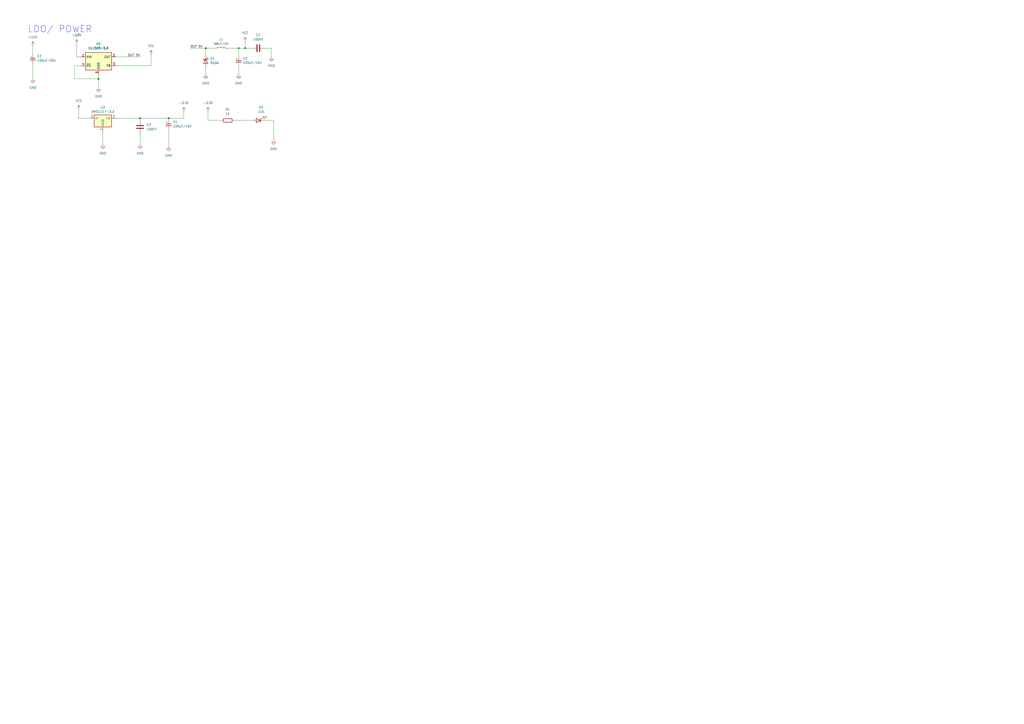
<source format=kicad_sch>
(kicad_sch (version 20250114) (generator "eeschema") (generator_version "9.0")
  (paper "A2")
  (lib_symbols
    (symbol "Device:C" (pin_numbers (hide yes)) (pin_names (offset 0.254))
      (property "Reference" "C" (at 0.635 2.54 0))
      (property "Value" "C" (at 0.635 -2.54 0))
      (symbol "C_0_1"
        (polyline (pts (xy -2.032 0.762) (xy 2.032 0.762)) (stroke (width 0.508)))
        (polyline (pts (xy -2.032 -0.762) (xy 2.032 -0.762)) (stroke (width 0.508)))
      )
      (symbol "C_1_1"
        (pin passive line (at 0 3.81 270) (length 2.794) (name "~") (number "1"))
        (pin passive line (at 0 -3.81 90) (length 2.794) (name "~") (number "2"))
      )
    )
    (symbol "Device:C_Polarized_Small_US" (pin_numbers (hide yes)) (pin_names (offset 0.254) (hide yes))
      (property "Reference" "C" (at 0.254 1.778 0))
      (property "Value" "C_Polarized_Small_US" (at 0.254 -2.032 0))
      (symbol "C_Polarized_Small_US_0_1"
        (polyline (pts (xy -1.524 0.508) (xy 1.524 0.508)) (stroke (width 0.3048)))
        (polyline (pts (xy -1.27 1.524) (xy -0.762 1.524)))
        (polyline (pts (xy -1.016 1.27) (xy -1.016 1.778)))
        (arc (start -1.524 -0.762) (mid 0 -0.3734) (end 1.524 -0.762) (stroke (width 0.3048)))
      )
      (symbol "C_Polarized_Small_US_1_1"
        (pin passive line (at 0 2.54 270) (length 2.032) (name "~") (number "1"))
        (pin passive line (at 0 -2.54 90) (length 2.032) (name "~") (number "2"))
      )
    )
    (symbol "Device:L" (pin_numbers (hide yes)) (pin_names (offset 1.016) (hide yes))
      (property "Reference" "L" (at -1.27 0 90))
      (property "Value" "L" (at 1.905 0 90))
      (symbol "L_0_1"
        (arc (start 0 2.54) (mid 0.6323 1.905) (end 0 1.27))
        (arc (start 0 1.27) (mid 0.6323 0.635) (end 0 0))
        (arc (start 0 0) (mid 0.6323 -0.635) (end 0 -1.27))
        (arc (start 0 -1.27) (mid 0.6323 -1.905) (end 0 -2.54))
      )
      (symbol "L_1_1"
        (pin passive line (at 0 3.81 270) (length 1.27) (name "1") (number "1"))
        (pin passive line (at 0 -3.81 90) (length 1.27) (name "2") (number "2"))
      )
    )
    (symbol "Device:LED" (pin_numbers (hide yes)) (pin_names (offset 1.016) (hide yes))
      (property "Reference" "D" (at 0 2.54 0))
      (property "Value" "LED" (at 0 -2.54 0))
      (symbol "LED_0_1"
        (polyline (pts (xy -3.048 -0.762) (xy -4.572 -2.286) (xy -3.81 -2.286) (xy -4.572 -2.286) (xy -4.572 -1.524)))
        (polyline (pts (xy -1.778 -0.762) (xy -3.302 -2.286) (xy -2.54 -2.286) (xy -3.302 -2.286) (xy -3.302 -1.524)))
        (polyline (pts (xy -1.27 0) (xy 1.27 0)))
        (polyline (pts (xy -1.27 -1.27) (xy -1.27 1.27)) (stroke (width 0.254)))
        (polyline (pts (xy 1.27 -1.27) (xy 1.27 1.27) (xy -1.27 0) (xy 1.27 -1.27)) (stroke (width 0.254)))
      )
      (symbol "LED_1_1"
        (pin passive line (at -3.81 0 0) (length 2.54) (name "K") (number "1"))
        (pin passive line (at 3.81 0 180) (length 2.54) (name "A") (number "2"))
      )
    )
    (symbol "Device:R" (pin_numbers (hide yes)) (pin_names (offset 0))
      (property "Reference" "R" (at 2.032 0 90))
      (property "Value" "R" (at 0 0 90))
      (symbol "R_0_1"
        (rectangle (start -1.016 -2.54) (end 1.016 2.54) (stroke (width 0.254)))
      )
      (symbol "R_1_1"
        (pin passive line (at 0 3.81 270) (length 1.27) (name "~") (number "1"))
        (pin passive line (at 0 -3.81 90) (length 1.27) (name "~") (number "2"))
      )
    )
    (symbol "Diode:1N6857" (pin_numbers (hide yes)) (pin_names (offset 1.016) (hide yes))
      (property "Reference" "D" (at 0 2.54 0))
      (property "Value" "1N6857" (at 0 -2.54 0))
      (symbol "1N6857_0_1"
        (polyline (pts (xy -1.905 0.635) (xy -1.905 1.27) (xy -1.27 1.27) (xy -1.27 -1.27) (xy -0.635 -1.27) (xy -0.635 -0.635)) (stroke (width 0.254)))
        (polyline (pts (xy 1.27 1.27) (xy 1.27 -1.27) (xy -1.27 0) (xy 1.27 1.27)) (stroke (width 0.254)))
        (polyline (pts (xy 1.27 0) (xy -1.27 0)))
      )
      (symbol "1N6857_1_1"
        (pin passive line (at -3.81 0 0) (length 2.54) (name "K") (number "1"))
        (pin passive line (at 3.81 0 180) (length 2.54) (name "A") (number "2"))
      )
    )
    (symbol "Regulator_Linear:AMS1117-3.3"
      (property "Reference" "U" (at -3.81 3.175 0))
      (property "Value" "AMS1117-3.3" (at 0 3.175 0))
      (symbol "AMS1117-3.3_0_1"
        (rectangle (start -5.08 -5.08) (end 5.08 1.905) (stroke (width 0.254)) (fill (type background)))
      )
      (symbol "AMS1117-3.3_1_1"
        (pin power_in line (at -7.62 0 0) (length 2.54) (name "VI") (number "3"))
        (pin power_in line (at 0 -7.62 90) (length 2.54) (name "GND") (number "1"))
        (pin power_out line (at 7.62 0 180) (length 2.54) (name "VO") (number "2"))
      )
    )
    (symbol "Regulator_Switching:XL1509-5.0"
      (property "Reference" "U" (at -7.112 6.096 0))
      (property "Value" "XL1509-5.0" (at 5.842 6.096 0))
      (symbol "XL1509-5.0_0_1"
        (rectangle (start -7.62 5.08) (end 7.62 -5.08) (stroke (width 0.254)) (fill (type background)))
      )
      (symbol "XL1509-5.0_1_1"
        (pin power_in line (at -10.16 2.54 0) (length 2.54) (name "VIN") (number "1"))
        (pin input line (at -10.16 -2.54 0) (length 2.54) (name "~{EN}") (number "4"))
        (pin power_in line (at 0 -7.62 90) (length 2.54) (name "GND") (number "5"))
        (pin passive line (at 0 -7.62 90) (length 2.54) (hide yes) (name "GND") (number "6"))
        (pin passive line (at 0 -7.62 90) (length 2.54) (hide yes) (name "GND") (number "7"))
        (pin passive line (at 0 -7.62 90) (length 2.54) (hide yes) (name "GND") (number "8"))
        (pin power_out line (at 10.16 2.54 180) (length 2.54) (name "OUT") (number "2"))
        (pin input line (at 10.16 -2.54 180) (length 2.54) (name "FB") (number "3"))
      )
    )
    (symbol "power:+12V" (power) (pin_numbers (hide yes)) (pin_names (offset 0) (hide yes))
      (property "Value" "+12V" (at 0 3.556 0))
      (symbol "+12V_0_1"
        (polyline (pts (xy -0.762 1.27) (xy 0 2.54)))
        (polyline (pts (xy 0 2.54) (xy 0.762 1.27)))
        (polyline (pts (xy 0 0) (xy 0 2.54)))
      )
      (symbol "+12V_1_1"
        (pin power_in line (at 0 0 90) (length 0) (name "~") (number "1"))
      )
    )
    (symbol "power:+3.3V" (power) (pin_numbers (hide yes)) (pin_names (offset 0) (hide yes))
      (property "Value" "+3.3V" (at 0 3.556 0))
      (symbol "+3.3V_0_1"
        (polyline (pts (xy -0.762 1.27) (xy 0 2.54)))
        (polyline (pts (xy 0 2.54) (xy 0.762 1.27)))
        (polyline (pts (xy 0 0) (xy 0 2.54)))
      )
      (symbol "+3.3V_1_1"
        (pin power_in line (at 0 0 90) (length 0) (name "~") (number "1"))
      )
    )
    (symbol "power:GND" (power) (pin_numbers (hide yes)) (pin_names (offset 0) (hide yes))
      (property "Value" "GND" (at 0 -3.81 0))
      (symbol "GND_0_1"
        (polyline (pts (xy 0 0) (xy 0 -1.27) (xy 1.27 -1.27) (xy 0 -2.54) (xy -1.27 -1.27) (xy 0 -1.27)))
      )
      (symbol "GND_1_1"
        (pin power_in line (at 0 0 270) (length 0) (name "~") (number "1"))
      )
    )
    (symbol "power:VCC" (power) (pin_numbers (hide yes)) (pin_names (offset 0) (hide yes))
      (property "Value" "VCC" (at 0 3.556 0))
      (symbol "VCC_0_1"
        (polyline (pts (xy -0.762 1.27) (xy 0 2.54)))
        (polyline (pts (xy 0 2.54) (xy 0.762 1.27)))
        (polyline (pts (xy 0 0) (xy 0 2.54)))
      )
      (symbol "VCC_1_1"
        (pin power_in line (at 0 0 90) (length 0) (name "~") (number "1"))
      )
    )
  )
  (text "LDO/ POWER" (at 34.798 17.018 0) (effects (font (size 3.81 3.81))))
  (junction (at 119.38 27.94))
  (junction (at 97.79 68.58))
  (junction (at 81.28 68.58))
  (junction (at 138.43 27.94))
  (junction (at 57.15 45.72))
  (junction (at 142.24 27.94))
  (wire (pts (xy 67.31 68.58) (xy 81.28 68.58)))
  (wire (pts (xy 97.79 68.58) (xy 106.68 68.58)))
  (wire (pts (xy 44.45 25.4) (xy 44.45 33.02)))
  (wire (pts (xy 106.68 64.77) (xy 106.68 68.58)))
  (wire (pts (xy 120.65 64.77) (xy 120.65 69.85)))
  (wire (pts (xy 120.65 69.85) (xy 128.27 69.85)))
  (wire (pts (xy 87.63 31.75) (xy 87.63 38.1)))
  (wire (pts (xy 19.05 26.67) (xy 19.05 31.75)))
  (wire (pts (xy 97.79 74.93) (xy 97.79 85.09)))
  (wire (pts (xy 119.38 27.94) (xy 124.46 27.94)))
  (wire (pts (xy 138.43 27.94) (xy 138.43 33.02)))
  (wire (pts (xy 57.15 43.18) (xy 57.15 45.72)))
  (wire (pts (xy 46.99 38.1) (xy 43.18 38.1)))
  (wire (pts (xy 19.05 36.83) (xy 19.05 45.72)))
  (wire (pts (xy 153.67 69.85) (xy 158.75 69.85)))
  (wire (pts (xy 81.28 68.58) (xy 81.28 69.85)))
  (wire (pts (xy 110.49 27.94) (xy 119.38 27.94)))
  (wire (pts (xy 67.31 38.1) (xy 87.63 38.1)))
  (wire (pts (xy 142.24 24.13) (xy 142.24 27.94)))
  (wire (pts (xy 57.15 45.72) (xy 57.15 50.8)))
  (wire (pts (xy 97.79 68.58) (xy 97.79 69.85)))
  (wire (pts (xy 43.18 38.1) (xy 43.18 45.72)))
  (wire (pts (xy 119.38 39.37) (xy 119.38 43.18)))
  (wire (pts (xy 119.38 27.94) (xy 119.38 31.75)))
  (wire (pts (xy 158.75 69.85) (xy 158.75 81.28)))
  (wire (pts (xy 59.69 76.2) (xy 59.69 83.82)))
  (wire (pts (xy 46.99 33.02) (xy 44.45 33.02)))
  (wire (pts (xy 81.28 77.47) (xy 81.28 83.82)))
  (wire (pts (xy 153.67 27.94) (xy 157.48 27.94)))
  (wire (pts (xy 45.72 63.5) (xy 45.72 68.58)))
  (wire (pts (xy 142.24 27.94) (xy 146.05 27.94)))
  (wire (pts (xy 138.43 38.1) (xy 138.43 43.18)))
  (wire (pts (xy 81.28 68.58) (xy 97.79 68.58)))
  (wire (pts (xy 157.48 27.94) (xy 157.48 33.02)))
  (wire (pts (xy 67.31 33.02) (xy 81.28 33.02)))
  (wire (pts (xy 43.18 45.72) (xy 57.15 45.72)))
  (wire (pts (xy 132.08 27.94) (xy 138.43 27.94)))
  (wire (pts (xy 138.43 27.94) (xy 142.24 27.94)))
  (wire (pts (xy 52.07 68.58) (xy 45.72 68.58)))
  (wire (pts (xy 135.89 69.85) (xy 146.05 69.85)))
  (label "OUT 5V" (at 110.49 27.94 0))
  (label "OUT 5V" (at 81.28 33.02 180))
  (symbol (lib_id "power:GND") (at 158.75 81.28 0) (unit 1)
    (property "Reference" "#PWR012" (effects (hide yes)))
    (property "Value" "GND" (at 158.75 86.36 0))
    (property "Description" "Power symbol creates a global label with name \"GND\" , ground" (effects (hide yes)))
  )
  (symbol (lib_id "Device:C") (at 149.86 27.94 90) (unit 1)
    (property "Reference" "C1" (at 149.86 20.32 90))
    (property "Value" "100nF" (at 149.86 22.86 90))
    (property "Footprint" "Capacitor_Tantalum_SMD:CP_EIA-3216-18_Kemet-A" (effects (hide yes)))
    (property "Description" "Unpolarized capacitor" (effects (hide yes)))
  )
  (symbol (lib_id "Diode:1N6857") (at 119.38 35.56 270) (unit 1)
    (property "Reference" "D1" (at 121.92 33.9724 90) (effects (justify left)))
    (property "Value" "SS36" (at 121.92 36.5124 90) (effects (justify left)))
    (property "Footprint" "Diode_THT:D_DO-35_SOD27_P7.62mm_Horizontal" (effects (hide yes)))
    (property "Datasheet" "https://www.microsemi.com/document-portal/doc_download/8865-lds-0040-datasheet" (effects (hide yes)))
    (property "Description" "20V 150mA Schottky diode, DO-35" (effects (hide yes)))
  )
  (symbol (lib_id "power:+3.3V") (at 106.68 64.77 0) (unit 1)
    (property "Reference" "#PWR010" (effects (hide yes)))
    (property "Value" "-3.3V" (at 106.68 59.69 0))
    (property "Description" "Power symbol creates a global label with name \"+3.3V\"" (effects (hide yes)))
  )
  (symbol (lib_id "power:GND") (at 59.69 83.82 0) (unit 1)
    (property "Reference" "#PWR05" (effects (hide yes)))
    (property "Value" "GND" (at 59.69 88.9 0))
    (property "Description" "Power symbol creates a global label with name \"GND\" , ground" (effects (hide yes)))
  )
  (symbol (lib_id "power:+3.3V") (at 120.65 64.77 0) (unit 1)
    (property "Reference" "#PWR018" (effects (hide yes)))
    (property "Value" "-3.3V" (at 120.65 59.69 0))
    (property "Description" "Power symbol creates a global label with name \"+3.3V\"" (effects (hide yes)))
  )
  (symbol (lib_id "Device:L") (at 128.27 27.94 90) (unit 1)
    (property "Reference" "L1" (at 128.27 22.86 90))
    (property "Value" "68uF/2A" (at 128.27 25.4 90))
    (property "Footprint" "Inductor_SMD:L_Sunlord_MWSA0605S" (effects (hide yes)))
    (property "Description" "Inductor" (effects (hide yes)))
  )
  (symbol (lib_id "Device:C_Polarized_Small_US") (at 138.43 35.56 0) (unit 1)
    (property "Reference" "E3" (at 140.97 33.8581 0) (effects (justify left)))
    (property "Value" "220uF/10V" (at 140.97 36.3981 0) (effects (justify left)))
    (property "Footprint" "Capacitor_SMD:C_1808_4520Metric_Pad1.72x2.30mm_HandSolder" (effects (hide yes)))
    (property "Description" "Polarized capacitor, small US symbol" (effects (hide yes)))
  )
  (symbol (lib_id "power:GND") (at 19.05 45.72 0) (unit 1)
    (property "Reference" "#PWR02" (effects (hide yes)))
    (property "Value" "GND" (at 19.05 50.8 0))
    (property "Description" "Power symbol creates a global label with name \"GND\" , ground" (effects (hide yes)))
  )
  (symbol (lib_id "Regulator_Switching:XL1509-5.0") (at 57.15 35.56 0) (unit 1)
    (property "Reference" "U1" (at 57.15 25.4 0))
    (property "Value" "XL1509-5.0" (at 57.15 27.94 0))
    (property "Footprint" "Package_SO:SOIC-8_3.9x4.9mm_P1.27mm" (effects (hide yes)))
    (property "Datasheet" "https://datasheet.lcsc.com/lcsc/1809050422_XLSEMI-XL1509-5-0E1_C61063.pdf" (effects (hide yes)))
    (property "Description" "Buck DC/DC Converter, 2A, 5V Output Voltage, 7-40V Input Voltage" (effects (hide yes)))
  )
  (symbol (lib_id "power:+12V") (at 44.45 25.4 0) (unit 1)
    (property "Reference" "#PWR03" (effects (hide yes)))
    (property "Value" "-12V" (at 44.45 20.32 0))
    (property "Description" "Power symbol creates a global label with name \"+12V\"" (effects (hide yes)))
  )
  (symbol (lib_id "Device:C_Polarized_Small_US") (at 97.79 72.39 0) (unit 1)
    (property "Reference" "E4" (at 100.33 70.6881 0) (effects (justify left)))
    (property "Value" "220uF/10V" (at 100.33 73.2281 0) (effects (justify left)))
    (property "Footprint" "Capacitor_SMD:C_1808_4520Metric_Pad1.72x2.30mm_HandSolder" (effects (hide yes)))
    (property "Description" "Polarized capacitor, small US symbol" (effects (hide yes)))
  )
  (symbol (lib_id "power:GND") (at 157.48 33.02 0) (unit 1)
    (property "Reference" "#PWR017" (effects (hide yes)))
    (property "Value" "GND" (at 157.48 38.1 0))
    (property "Description" "Power symbol creates a global label with name \"GND\" , ground" (effects (hide yes)))
  )
  (symbol (lib_id "Device:C") (at 81.28 73.66 180) (unit 1)
    (property "Reference" "C2" (at 85.09 72.3899 0) (effects (justify right)))
    (property "Value" "100nF" (at 85.09 74.9299 0) (effects (justify right)))
    (property "Footprint" "Capacitor_Tantalum_SMD:CP_EIA-3216-18_Kemet-A" (effects (hide yes)))
    (property "Description" "Unpolarized capacitor" (effects (hide yes)))
  )
  (symbol (lib_id "Device:C_Polarized_Small_US") (at 19.05 34.29 0) (unit 1)
    (property "Reference" "E2" (at 21.59 32.5881 0) (effects (justify left)))
    (property "Value" "100uF/35V" (at 21.59 35.1281 0) (effects (justify left)))
    (property "Footprint" "Capacitor_SMD:C_1808_4520Metric_Pad1.72x2.30mm_HandSolder" (effects (hide yes)))
    (property "Description" "Polarized capacitor, small US symbol" (effects (hide yes)))
  )
  (symbol (lib_id "Device:R") (at 132.08 69.85 90) (unit 1)
    (property "Reference" "R1" (at 132.08 63.5 90))
    (property "Value" "1K" (at 132.08 66.04 90))
    (property "Footprint" "Resistor_SMD:R_1206_3216Metric" (effects (hide yes)))
    (property "Description" "Resistor" (effects (hide yes)))
  )
  (symbol (lib_id "power:GND") (at 138.43 43.18 0) (unit 1)
    (property "Reference" "#PWR016" (effects (hide yes)))
    (property "Value" "GND" (at 138.43 48.26 0))
    (property "Description" "Power symbol creates a global label with name \"GND\" , ground" (effects (hide yes)))
  )
  (symbol (lib_id "power:VCC") (at 45.72 63.5 0) (unit 1)
    (property "Reference" "#PWR06" (effects (hide yes)))
    (property "Value" "VCC" (at 45.72 58.42 0))
    (property "Description" "Power symbol creates a global label with name \"VCC\"" (effects (hide yes)))
  )
  (symbol (lib_id "power:GND") (at 57.15 50.8 0) (unit 1)
    (property "Reference" "#PWR04" (effects (hide yes)))
    (property "Value" "GND" (at 57.15 55.88 0))
    (property "Description" "Power symbol creates a global label with name \"GND\" , ground" (effects (hide yes)))
  )
  (symbol (lib_id "power:GND") (at 81.28 83.82 0) (unit 1)
    (property "Reference" "#PWR013" (effects (hide yes)))
    (property "Value" "GND" (at 81.28 88.9 0))
    (property "Description" "Power symbol creates a global label with name \"GND\" , ground" (effects (hide yes)))
  )
  (symbol (lib_id "power:VCC") (at 142.24 24.13 0) (unit 1)
    (property "Reference" "#PWR011" (effects (hide yes)))
    (property "Value" "VCC" (at 142.24 19.05 0))
    (property "Description" "Power symbol creates a global label with name \"VCC\"" (effects (hide yes)))
  )
  (symbol (lib_id "power:VCC") (at 87.63 31.75 0) (unit 1)
    (property "Reference" "#PWR07" (effects (hide yes)))
    (property "Value" "VCC" (at 87.63 26.67 0))
    (property "Description" "Power symbol creates a global label with name \"VCC\"" (effects (hide yes)))
  )
  (symbol (lib_id "power:GND") (at 119.38 43.18 0) (unit 1)
    (property "Reference" "#PWR015" (effects (hide yes)))
    (property "Value" "GND" (at 119.38 48.26 0))
    (property "Description" "Power symbol creates a global label with name \"GND\" , ground" (effects (hide yes)))
  )
  (symbol (lib_id "Device:LED") (at 149.86 69.85 180) (unit 1)
    (property "Reference" "D2" (at 151.4475 62.23 0))
    (property "Value" "LED" (at 151.4475 64.77 0))
    (property "Footprint" "LED_SMD:LED_Cree-XP" (effects (hide yes)))
    (property "Description" "Light emitting diode" (effects (hide yes)))
    (property "Sim.Pins" "1=K 2=A" (effects (hide yes)))
  )
  (symbol (lib_id "power:+12V") (at 19.05 26.67 0) (unit 1)
    (property "Reference" "#PWR01" (effects (hide yes)))
    (property "Value" "+12V" (at 19.05 21.59 0))
    (property "Description" "Power symbol creates a global label with name \"+12V\"" (effects (hide yes)))
  )
  (symbol (lib_id "Regulator_Linear:AMS1117-3.3") (at 59.69 68.58 0) (unit 1)
    (property "Reference" "U2" (at 59.69 62.23 0))
    (property "Value" "AMS1117-3.3" (at 59.69 64.77 0))
    (property "Footprint" "Package_TO_SOT_SMD:SOT-223-3_TabPin2" (effects (hide yes)))
    (property "Datasheet" "http://www.advanced-monolithic.com/pdf/ds1117.pdf" (effects (hide yes)))
    (property "Description" "1A Low Dropout regulator, positive, 3.3V fixed output, SOT-223" (effects (hide yes)))
  )
  (symbol (lib_id "power:GND") (at 97.79 85.09 0) (unit 1)
    (property "Reference" "#PWR014" (effects (hide yes)))
    (property "Value" "GND" (at 97.79 90.17 0))
    (property "Description" "Power symbol creates a global label with name \"GND\" , ground" (effects (hide yes)))
  )
)
</source>
